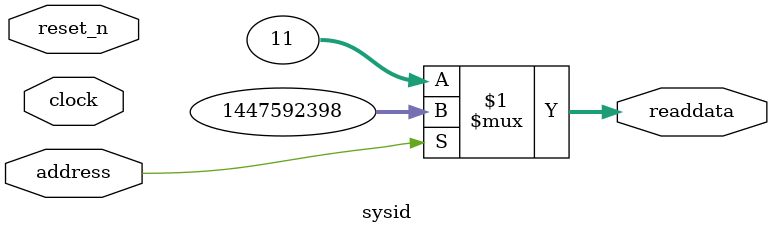
<source format=v>

`timescale 1ns / 1ps
// synthesis translate_on

// turn off superfluous verilog processor warnings 
// altera message_level Level1 
// altera message_off 10034 10035 10036 10037 10230 10240 10030 

module sysid (
               // inputs:
                address,
                clock,
                reset_n,

               // outputs:
                readdata
             )
;

  output  [ 31: 0] readdata;
  input            address;
  input            clock;
  input            reset_n;

  wire    [ 31: 0] readdata;
  //control_slave, which is an e_avalon_slave
  assign readdata = address ? 1447592398 : 11;

endmodule


</source>
